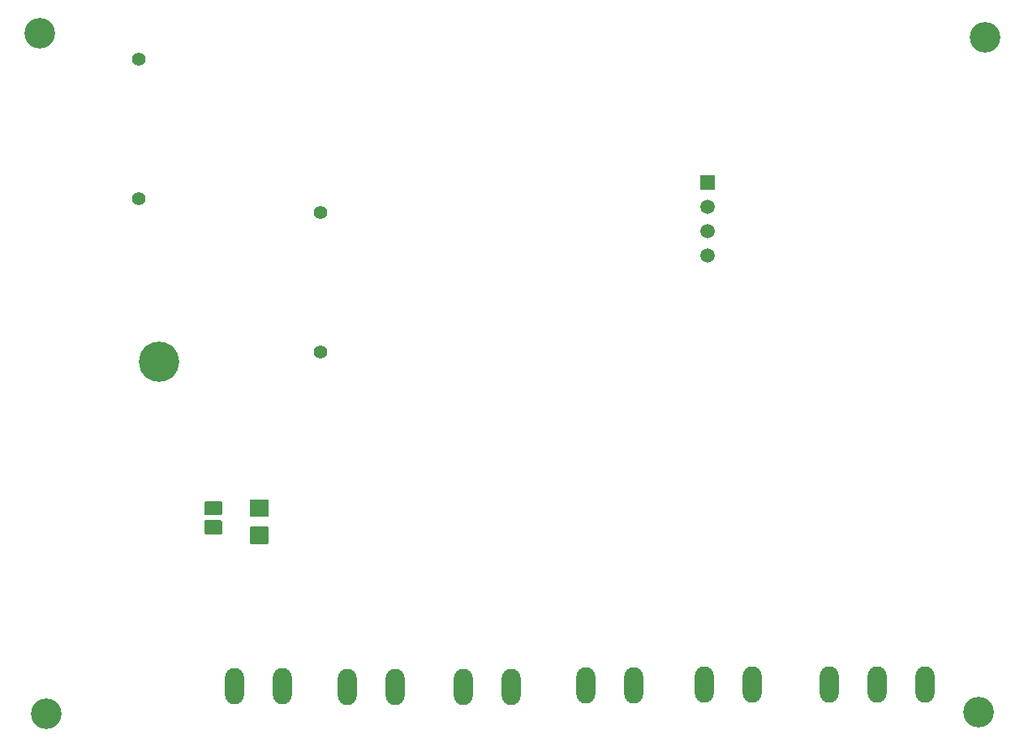
<source format=gbr>
%TF.GenerationSoftware,KiCad,Pcbnew,(5.1.10)-1*%
%TF.CreationDate,2021-08-27T15:11:23+05:30*%
%TF.ProjectId,CZTBoardV3,435a5442-6f61-4726-9456-332e6b696361,rev?*%
%TF.SameCoordinates,Original*%
%TF.FileFunction,Soldermask,Bot*%
%TF.FilePolarity,Negative*%
%FSLAX46Y46*%
G04 Gerber Fmt 4.6, Leading zero omitted, Abs format (unit mm)*
G04 Created by KiCad (PCBNEW (5.1.10)-1) date 2021-08-27 15:11:23*
%MOMM*%
%LPD*%
G01*
G04 APERTURE LIST*
%ADD10C,3.200000*%
%ADD11O,1.993900X3.784600*%
%ADD12C,1.500000*%
%ADD13R,1.500000X1.500000*%
%ADD14C,4.203200*%
%ADD15C,1.422400*%
G04 APERTURE END LIST*
D10*
%TO.C,REF\u002A\u002A*%
X209670000Y-146110000D03*
%TD*%
%TO.C,REF\u002A\u002A*%
X111680000Y-75260000D03*
%TD*%
%TO.C,REF\u002A\u002A*%
X112350000Y-146320000D03*
%TD*%
%TO.C,REF\u002A\u002A*%
X210280000Y-75670000D03*
%TD*%
D11*
%TO.C,X6*%
X204090000Y-143240000D03*
X199090000Y-143240000D03*
X194090000Y-143240000D03*
%TD*%
%TO.C,X5*%
X185990000Y-143220000D03*
X180990000Y-143220000D03*
%TD*%
%TO.C,X4*%
X173690000Y-143320000D03*
X168690000Y-143320000D03*
%TD*%
%TO.C,X3*%
X160890000Y-143520000D03*
X155890000Y-143520000D03*
%TD*%
%TO.C,X2*%
X148790000Y-143520000D03*
X143790000Y-143520000D03*
%TD*%
%TO.C,X1*%
X136990000Y-143450000D03*
X131990000Y-143450000D03*
%TD*%
D12*
%TO.C,U4*%
X181350000Y-98440000D03*
X181350000Y-95900000D03*
X181350000Y-93360000D03*
D13*
X181350000Y-90820000D03*
%TD*%
D14*
%TO.C,U1*%
X124090000Y-109530000D03*
D15*
X122026400Y-92579500D03*
X122026400Y-77974500D03*
X141020000Y-108582500D03*
X141020000Y-93977500D03*
%TD*%
%TO.C,R20*%
G36*
G01*
X135491500Y-128573600D02*
X133688500Y-128573600D01*
G75*
G02*
X133586900Y-128472000I0J101600D01*
G01*
X133586900Y-126872000D01*
G75*
G02*
X133688500Y-126770400I101600J0D01*
G01*
X135491500Y-126770400D01*
G75*
G02*
X135593100Y-126872000I0J-101600D01*
G01*
X135593100Y-128472000D01*
G75*
G02*
X135491500Y-128573600I-101600J0D01*
G01*
G37*
G36*
G01*
X135491500Y-125729600D02*
X133688500Y-125729600D01*
G75*
G02*
X133586900Y-125628000I0J101600D01*
G01*
X133586900Y-124028000D01*
G75*
G02*
X133688500Y-123926400I101600J0D01*
G01*
X135491500Y-123926400D01*
G75*
G02*
X135593100Y-124028000I0J-101600D01*
G01*
X135593100Y-125628000D01*
G75*
G02*
X135491500Y-125729600I-101600J0D01*
G01*
G37*
%TD*%
%TO.C,C10*%
G36*
G01*
X130590000Y-125601600D02*
X128990000Y-125601600D01*
G75*
G02*
X128888400Y-125500000I0J101600D01*
G01*
X128888400Y-124200000D01*
G75*
G02*
X128990000Y-124098400I101600J0D01*
G01*
X130590000Y-124098400D01*
G75*
G02*
X130691600Y-124200000I0J-101600D01*
G01*
X130691600Y-125500000D01*
G75*
G02*
X130590000Y-125601600I-101600J0D01*
G01*
G37*
G36*
G01*
X130590000Y-127601600D02*
X128990000Y-127601600D01*
G75*
G02*
X128888400Y-127500000I0J101600D01*
G01*
X128888400Y-126200000D01*
G75*
G02*
X128990000Y-126098400I101600J0D01*
G01*
X130590000Y-126098400D01*
G75*
G02*
X130691600Y-126200000I0J-101600D01*
G01*
X130691600Y-127500000D01*
G75*
G02*
X130590000Y-127601600I-101600J0D01*
G01*
G37*
%TD*%
M02*

</source>
